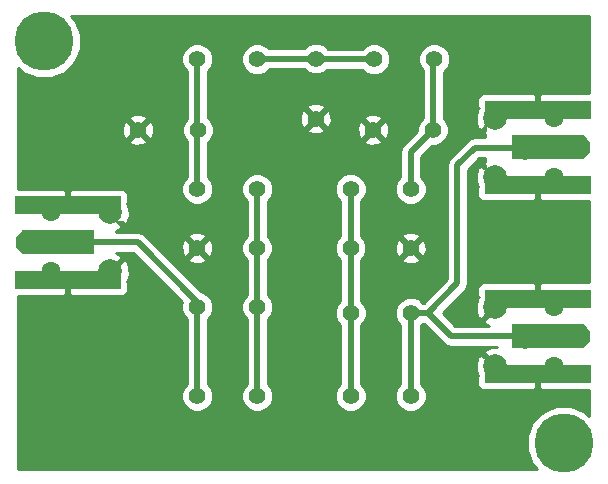
<source format=gbl>
G04 #@! TF.FileFunction,Copper,L2,Bot,Signal*
%FSLAX45Y45*%
G04 Gerber Fmt 4.5, Leading zero omitted, Abs format (unit mm)*
G04 Created by KiCad (PCBNEW (2015-01-25 BZR 5388)-product) date Mo 03 Aug 2015 14:14:46 CEST*
%MOMM*%
G01*
G04 APERTURE LIST*
%ADD10C,0.150000*%
%ADD11C,5.001260*%
%ADD12C,1.422400*%
%ADD13C,1.397000*%
%ADD14R,8.999220X1.524000*%
%ADD15R,6.096000X1.998980*%
%ADD16C,1.998980*%
%ADD17C,1.600200*%
%ADD18C,0.508000*%
%ADD19C,0.254000*%
G04 APERTURE END LIST*
D10*
D11*
X17100042Y-9900158D03*
X12700000Y-6499860D03*
D12*
X15296000Y-9500000D03*
X15804000Y-9500000D03*
X15296000Y-8800000D03*
X15804000Y-8800000D03*
X15804000Y-7750000D03*
X15296000Y-7750000D03*
X15496000Y-6650000D03*
X16004000Y-6650000D03*
X13996000Y-6650000D03*
X14504000Y-6650000D03*
X14503908Y-7750048D03*
X13995908Y-7750048D03*
X13995908Y-8750046D03*
X14503908Y-8750046D03*
X13995908Y-9500108D03*
X14503908Y-9500108D03*
D13*
X15296000Y-8250000D03*
X15804000Y-8250000D03*
X15994000Y-7250000D03*
X15486000Y-7250000D03*
X14004036Y-7249922D03*
X13496036Y-7249922D03*
X15000000Y-6646000D03*
X15000000Y-7154000D03*
X14503908Y-8249920D03*
X13995908Y-8249920D03*
D14*
X12900074Y-8519484D03*
D10*
G36*
X12510819Y-8103051D02*
X12510819Y-8302949D01*
X12460781Y-8243005D01*
X12460781Y-8162995D01*
X12510819Y-8103051D01*
X12510819Y-8103051D01*
G37*
D14*
X12900074Y-7887024D03*
D15*
X12816000Y-8203000D03*
D16*
X13010056Y-8197920D03*
D17*
X12760120Y-7947984D03*
X12760120Y-8448110D03*
D16*
X13259992Y-8448110D03*
X13259992Y-7947984D03*
D14*
X16879926Y-7080516D03*
D10*
G36*
X17269181Y-7496949D02*
X17269181Y-7297051D01*
X17319219Y-7356995D01*
X17319219Y-7437005D01*
X17269181Y-7496949D01*
X17269181Y-7496949D01*
G37*
D14*
X16879926Y-7712976D03*
D15*
X16964000Y-7397000D03*
D16*
X16769944Y-7402080D03*
D17*
X17019880Y-7652016D03*
X17019880Y-7151890D03*
D16*
X16520008Y-7151890D03*
X16520008Y-7652016D03*
D14*
X16879926Y-8680516D03*
D10*
G36*
X17269181Y-9096949D02*
X17269181Y-8897051D01*
X17319219Y-8956995D01*
X17319219Y-9037005D01*
X17269181Y-9096949D01*
X17269181Y-9096949D01*
G37*
D14*
X16879926Y-9312976D03*
D15*
X16964000Y-8997000D03*
D16*
X16769944Y-9002080D03*
D17*
X17019880Y-9252016D03*
X17019880Y-8751890D03*
D16*
X16520008Y-8751890D03*
X16520008Y-9252016D03*
D18*
X16879926Y-8479926D02*
X16800000Y-8400000D01*
X16879926Y-8680516D02*
X16879926Y-8479926D01*
X14503908Y-8249920D02*
X14503908Y-7750048D01*
X14503908Y-8753856D02*
X14500098Y-8750046D01*
X14503908Y-8246110D02*
X14500098Y-8249920D01*
X14500098Y-8249920D02*
X14503908Y-8246110D01*
X14503908Y-8750046D02*
X14503908Y-8246110D01*
X14503908Y-9500108D02*
X14503908Y-8753856D01*
X14500098Y-8249920D02*
X14503908Y-8249920D01*
X13995908Y-7750048D02*
X13995908Y-7258050D01*
X13995908Y-7258050D02*
X14004036Y-7249922D01*
X13996000Y-7241886D02*
X14004036Y-7249922D01*
X13996000Y-6650000D02*
X13996000Y-7241886D01*
X15004000Y-6650000D02*
X15000000Y-6646000D01*
X15496000Y-6650000D02*
X15004000Y-6650000D01*
X14508000Y-6646000D02*
X14504000Y-6650000D01*
X15000000Y-6646000D02*
X14508000Y-6646000D01*
X16004032Y-7241794D02*
X15995904Y-7249922D01*
X15804000Y-7440000D02*
X15994000Y-7250000D01*
X15804000Y-7750000D02*
X15804000Y-7440000D01*
X15994000Y-6660000D02*
X16004000Y-6650000D01*
X15994000Y-7250000D02*
X15994000Y-6660000D01*
X15296000Y-8800000D02*
X15296000Y-8250000D01*
X15296000Y-9500000D02*
X15296000Y-8800000D01*
X15296000Y-8250000D02*
X15296000Y-7750000D01*
X13995908Y-9500108D02*
X13995908Y-8750046D01*
X13995908Y-8750046D02*
X13995908Y-8695690D01*
X13493000Y-8203000D02*
X12816000Y-8203000D01*
X13995908Y-8705908D02*
X13493000Y-8203000D01*
X15804000Y-9500000D02*
X15804000Y-8800000D01*
X15950000Y-8800000D02*
X16147000Y-8997000D01*
X16147000Y-8997000D02*
X16964000Y-8997000D01*
X16961000Y-7400000D02*
X16964000Y-7397000D01*
X16200000Y-8550000D02*
X16200000Y-7550000D01*
X16200000Y-7550000D02*
X16350000Y-7400000D01*
X16350000Y-7400000D02*
X16961000Y-7400000D01*
X15950000Y-8800000D02*
X16200000Y-8550000D01*
X15804000Y-8800000D02*
X15950000Y-8800000D01*
X17300000Y-7400000D02*
X17294200Y-7397000D01*
X17297000Y-7397000D02*
X17300000Y-7400000D01*
X16964000Y-7397000D02*
X17297000Y-7397000D01*
D19*
G36*
X17317466Y-8540816D02*
X16908501Y-8540816D01*
X16892626Y-8556691D01*
X16892626Y-8667816D01*
X16894626Y-8667816D01*
X16894626Y-8676441D01*
X16894485Y-8676484D01*
X16887752Y-8695216D01*
X16867226Y-8695216D01*
X16867226Y-8693216D01*
X16673801Y-8693216D01*
X16663280Y-8667816D01*
X16867226Y-8667816D01*
X16867226Y-8556691D01*
X16851351Y-8540816D01*
X16417334Y-8540816D01*
X16393995Y-8550483D01*
X16376132Y-8568346D01*
X16366465Y-8591685D01*
X16366465Y-8616947D01*
X16366465Y-8651941D01*
X16378773Y-8664250D01*
X16378111Y-8664494D01*
X16355468Y-8725448D01*
X16357874Y-8790428D01*
X16378111Y-8839286D01*
X16404792Y-8849146D01*
X16433721Y-8820216D01*
X16469642Y-8820216D01*
X16422752Y-8867106D01*
X16432612Y-8893787D01*
X16471142Y-8908100D01*
X16183824Y-8908100D01*
X16075724Y-8800000D01*
X16262862Y-8612862D01*
X16282133Y-8584021D01*
X16282133Y-8584021D01*
X16288900Y-8550000D01*
X16288900Y-7586824D01*
X16386824Y-7488900D01*
X16437300Y-7488900D01*
X16437300Y-7508178D01*
X16432612Y-7510119D01*
X16422752Y-7536800D01*
X16437300Y-7551347D01*
X16437300Y-7573276D01*
X16423307Y-7573276D01*
X16404792Y-7554760D01*
X16378111Y-7564620D01*
X16355468Y-7625574D01*
X16357874Y-7690554D01*
X16375327Y-7732689D01*
X16366465Y-7741551D01*
X16366465Y-7776545D01*
X16366465Y-7801807D01*
X16376132Y-7825146D01*
X16393995Y-7843009D01*
X16417334Y-7852676D01*
X16851351Y-7852676D01*
X16867226Y-7836801D01*
X16867226Y-7725676D01*
X16667007Y-7725676D01*
X16671827Y-7712700D01*
X16888387Y-7712700D01*
X16893762Y-7725676D01*
X16892626Y-7725676D01*
X16892626Y-7836801D01*
X16908501Y-7852676D01*
X17317466Y-7852676D01*
X17317466Y-8540816D01*
X17317466Y-8540816D01*
G37*
X17317466Y-8540816D02*
X16908501Y-8540816D01*
X16892626Y-8556691D01*
X16892626Y-8667816D01*
X16894626Y-8667816D01*
X16894626Y-8676441D01*
X16894485Y-8676484D01*
X16887752Y-8695216D01*
X16867226Y-8695216D01*
X16867226Y-8693216D01*
X16673801Y-8693216D01*
X16663280Y-8667816D01*
X16867226Y-8667816D01*
X16867226Y-8556691D01*
X16851351Y-8540816D01*
X16417334Y-8540816D01*
X16393995Y-8550483D01*
X16376132Y-8568346D01*
X16366465Y-8591685D01*
X16366465Y-8616947D01*
X16366465Y-8651941D01*
X16378773Y-8664250D01*
X16378111Y-8664494D01*
X16355468Y-8725448D01*
X16357874Y-8790428D01*
X16378111Y-8839286D01*
X16404792Y-8849146D01*
X16433721Y-8820216D01*
X16469642Y-8820216D01*
X16422752Y-8867106D01*
X16432612Y-8893787D01*
X16471142Y-8908100D01*
X16183824Y-8908100D01*
X16075724Y-8800000D01*
X16262862Y-8612862D01*
X16282133Y-8584021D01*
X16282133Y-8584021D01*
X16288900Y-8550000D01*
X16288900Y-7586824D01*
X16386824Y-7488900D01*
X16437300Y-7488900D01*
X16437300Y-7508178D01*
X16432612Y-7510119D01*
X16422752Y-7536800D01*
X16437300Y-7551347D01*
X16437300Y-7573276D01*
X16423307Y-7573276D01*
X16404792Y-7554760D01*
X16378111Y-7564620D01*
X16355468Y-7625574D01*
X16357874Y-7690554D01*
X16375327Y-7732689D01*
X16366465Y-7741551D01*
X16366465Y-7776545D01*
X16366465Y-7801807D01*
X16376132Y-7825146D01*
X16393995Y-7843009D01*
X16417334Y-7852676D01*
X16851351Y-7852676D01*
X16867226Y-7836801D01*
X16867226Y-7725676D01*
X16667007Y-7725676D01*
X16671827Y-7712700D01*
X16888387Y-7712700D01*
X16893762Y-7725676D01*
X16892626Y-7725676D01*
X16892626Y-7836801D01*
X16908501Y-7852676D01*
X17317466Y-7852676D01*
X17317466Y-8540816D01*
G36*
X17317466Y-9674129D02*
X17277893Y-9634487D01*
X17162687Y-9586650D01*
X17037944Y-9586541D01*
X16922655Y-9634177D01*
X16834371Y-9722307D01*
X16786534Y-9837513D01*
X16786425Y-9962256D01*
X16834061Y-10077545D01*
X16873775Y-10117328D01*
X15630643Y-10117328D01*
X15630643Y-6623340D01*
X15610192Y-6573843D01*
X15572356Y-6535941D01*
X15522895Y-6515403D01*
X15469340Y-6515357D01*
X15419843Y-6535808D01*
X15394507Y-6561100D01*
X15103669Y-6561100D01*
X15075635Y-6533017D01*
X15026641Y-6512673D01*
X14973591Y-6512627D01*
X14924562Y-6532885D01*
X14900305Y-6557100D01*
X14601477Y-6557100D01*
X14580356Y-6535941D01*
X14530895Y-6515403D01*
X14477340Y-6515357D01*
X14427843Y-6535808D01*
X14389941Y-6573644D01*
X14369403Y-6623105D01*
X14369357Y-6676660D01*
X14389808Y-6726156D01*
X14427644Y-6764059D01*
X14477105Y-6784597D01*
X14530660Y-6784643D01*
X14580156Y-6764192D01*
X14609499Y-6734900D01*
X14900324Y-6734900D01*
X14924365Y-6758983D01*
X14973359Y-6779327D01*
X15026409Y-6779373D01*
X15075438Y-6759115D01*
X15095688Y-6738900D01*
X15394529Y-6738900D01*
X15419644Y-6764059D01*
X15469105Y-6784597D01*
X15522660Y-6784643D01*
X15572156Y-6764192D01*
X15610059Y-6726356D01*
X15630597Y-6676895D01*
X15630643Y-6623340D01*
X15630643Y-10117328D01*
X15620593Y-10117328D01*
X15620593Y-7269252D01*
X15617715Y-7216280D01*
X15602980Y-7180707D01*
X15579419Y-7174542D01*
X15561458Y-7192502D01*
X15561458Y-7156581D01*
X15555293Y-7133020D01*
X15505252Y-7115407D01*
X15452280Y-7118285D01*
X15416707Y-7133020D01*
X15410542Y-7156581D01*
X15486000Y-7232039D01*
X15561458Y-7156581D01*
X15561458Y-7192502D01*
X15503960Y-7250000D01*
X15579419Y-7325458D01*
X15602980Y-7319293D01*
X15620593Y-7269252D01*
X15620593Y-10117328D01*
X15561458Y-10117328D01*
X15561458Y-7343419D01*
X15486000Y-7267960D01*
X15468039Y-7285921D01*
X15468039Y-7250000D01*
X15392581Y-7174542D01*
X15369020Y-7180707D01*
X15351407Y-7230748D01*
X15354285Y-7283720D01*
X15369020Y-7319293D01*
X15392581Y-7325458D01*
X15468039Y-7250000D01*
X15468039Y-7285921D01*
X15410542Y-7343419D01*
X15416707Y-7366980D01*
X15466748Y-7384593D01*
X15519720Y-7381715D01*
X15555293Y-7366980D01*
X15561458Y-7343419D01*
X15561458Y-10117328D01*
X15430643Y-10117328D01*
X15430643Y-9473340D01*
X15410192Y-9423844D01*
X15384900Y-9398507D01*
X15384900Y-8901471D01*
X15410059Y-8876356D01*
X15430597Y-8826895D01*
X15430643Y-8773340D01*
X15410192Y-8723844D01*
X15384900Y-8698507D01*
X15384900Y-8349676D01*
X15408983Y-8325635D01*
X15429327Y-8276641D01*
X15429373Y-8223591D01*
X15409115Y-8174562D01*
X15384900Y-8150305D01*
X15384900Y-7851471D01*
X15410059Y-7826356D01*
X15430597Y-7776895D01*
X15430643Y-7723340D01*
X15410192Y-7673843D01*
X15372356Y-7635941D01*
X15322895Y-7615403D01*
X15269340Y-7615357D01*
X15219843Y-7635808D01*
X15181941Y-7673644D01*
X15161403Y-7723105D01*
X15161357Y-7776660D01*
X15181808Y-7826156D01*
X15207100Y-7851492D01*
X15207100Y-8150324D01*
X15183017Y-8174365D01*
X15162673Y-8223359D01*
X15162627Y-8276409D01*
X15182885Y-8325438D01*
X15207100Y-8349695D01*
X15207100Y-8698529D01*
X15181941Y-8723644D01*
X15161403Y-8773105D01*
X15161357Y-8826660D01*
X15181808Y-8876157D01*
X15207100Y-8901493D01*
X15207100Y-9398529D01*
X15181941Y-9423644D01*
X15161403Y-9473105D01*
X15161357Y-9526660D01*
X15181808Y-9576157D01*
X15219644Y-9614059D01*
X15269105Y-9634597D01*
X15322660Y-9634643D01*
X15372156Y-9614192D01*
X15410059Y-9576356D01*
X15430597Y-9526895D01*
X15430643Y-9473340D01*
X15430643Y-10117328D01*
X15134593Y-10117328D01*
X15134593Y-7173252D01*
X15131715Y-7120280D01*
X15116980Y-7084707D01*
X15093419Y-7078542D01*
X15075458Y-7096502D01*
X15075458Y-7060581D01*
X15069293Y-7037020D01*
X15019252Y-7019407D01*
X14966280Y-7022285D01*
X14930707Y-7037020D01*
X14924542Y-7060581D01*
X15000000Y-7136039D01*
X15075458Y-7060581D01*
X15075458Y-7096502D01*
X15017960Y-7154000D01*
X15093419Y-7229458D01*
X15116980Y-7223293D01*
X15134593Y-7173252D01*
X15134593Y-10117328D01*
X15075458Y-10117328D01*
X15075458Y-7247419D01*
X15000000Y-7171960D01*
X14982039Y-7189921D01*
X14982039Y-7154000D01*
X14906581Y-7078542D01*
X14883020Y-7084707D01*
X14865407Y-7134748D01*
X14868285Y-7187720D01*
X14883020Y-7223293D01*
X14906581Y-7229458D01*
X14982039Y-7154000D01*
X14982039Y-7189921D01*
X14924542Y-7247419D01*
X14930707Y-7270980D01*
X14980748Y-7288593D01*
X15033720Y-7285715D01*
X15069293Y-7270980D01*
X15075458Y-7247419D01*
X15075458Y-10117328D01*
X14638551Y-10117328D01*
X14638551Y-9473448D01*
X14618100Y-9423952D01*
X14592808Y-9398615D01*
X14592808Y-8851517D01*
X14617967Y-8826402D01*
X14638505Y-8776941D01*
X14638551Y-8723386D01*
X14618100Y-8673890D01*
X14592808Y-8648553D01*
X14592808Y-8349596D01*
X14616891Y-8325555D01*
X14637235Y-8276561D01*
X14637281Y-8223511D01*
X14617023Y-8174482D01*
X14592808Y-8150225D01*
X14592808Y-7851519D01*
X14617967Y-7826404D01*
X14638505Y-7776943D01*
X14638551Y-7723388D01*
X14618100Y-7673891D01*
X14580264Y-7635989D01*
X14530803Y-7615451D01*
X14477248Y-7615405D01*
X14427751Y-7635856D01*
X14389849Y-7673692D01*
X14369311Y-7723153D01*
X14369265Y-7776708D01*
X14389716Y-7826204D01*
X14415008Y-7851540D01*
X14415008Y-8150244D01*
X14390925Y-8174285D01*
X14370581Y-8223279D01*
X14370535Y-8276329D01*
X14390793Y-8325358D01*
X14415008Y-8349615D01*
X14415008Y-8648575D01*
X14389849Y-8673690D01*
X14369311Y-8723151D01*
X14369265Y-8776706D01*
X14389716Y-8826203D01*
X14415008Y-8851539D01*
X14415008Y-9398637D01*
X14389849Y-9423752D01*
X14369311Y-9473213D01*
X14369265Y-9526768D01*
X14389716Y-9576265D01*
X14427552Y-9614167D01*
X14477013Y-9634705D01*
X14530568Y-9634751D01*
X14580064Y-9614300D01*
X14617967Y-9576464D01*
X14638505Y-9527003D01*
X14638551Y-9473448D01*
X14638551Y-10117328D01*
X14137409Y-10117328D01*
X14137409Y-7223513D01*
X14117151Y-7174484D01*
X14084900Y-7142177D01*
X14084900Y-6751471D01*
X14110059Y-6726356D01*
X14130597Y-6676895D01*
X14130643Y-6623340D01*
X14110192Y-6573843D01*
X14072356Y-6535941D01*
X14022895Y-6515403D01*
X13969340Y-6515357D01*
X13919843Y-6535808D01*
X13881941Y-6573644D01*
X13861403Y-6623105D01*
X13861357Y-6676660D01*
X13881808Y-6726156D01*
X13907100Y-6751492D01*
X13907100Y-7158268D01*
X13891053Y-7174287D01*
X13870709Y-7223281D01*
X13870663Y-7276331D01*
X13890921Y-7325360D01*
X13907008Y-7341475D01*
X13907008Y-7648577D01*
X13881849Y-7673692D01*
X13861311Y-7723153D01*
X13861265Y-7776708D01*
X13881716Y-7826204D01*
X13919552Y-7864107D01*
X13969013Y-7884645D01*
X14022568Y-7884691D01*
X14072064Y-7864240D01*
X14109967Y-7826404D01*
X14130505Y-7776943D01*
X14130551Y-7723388D01*
X14110100Y-7673891D01*
X14084808Y-7648555D01*
X14084808Y-7357712D01*
X14117019Y-7325557D01*
X14137363Y-7276563D01*
X14137409Y-7223513D01*
X14137409Y-10117328D01*
X12482576Y-10117328D01*
X12482576Y-8659184D01*
X12871499Y-8659184D01*
X12887374Y-8643309D01*
X12887374Y-8532184D01*
X12885374Y-8532184D01*
X12885374Y-8523559D01*
X12885515Y-8523517D01*
X12892248Y-8504784D01*
X12912774Y-8504784D01*
X12912774Y-8506784D01*
X13106198Y-8506784D01*
X13116719Y-8532184D01*
X12912774Y-8532184D01*
X12912774Y-8643309D01*
X12928649Y-8659184D01*
X13362666Y-8659184D01*
X13386005Y-8649517D01*
X13403868Y-8631654D01*
X13413535Y-8608315D01*
X13413535Y-8583053D01*
X13413535Y-8548059D01*
X13401226Y-8535750D01*
X13401888Y-8535506D01*
X13424532Y-8474552D01*
X13422126Y-8409572D01*
X13401888Y-8360714D01*
X13375208Y-8350854D01*
X13346278Y-8379784D01*
X13312700Y-8379784D01*
X13312700Y-8377441D01*
X13357248Y-8332894D01*
X13347388Y-8306213D01*
X13312700Y-8293327D01*
X13312700Y-8291900D01*
X13456176Y-8291900D01*
X13868974Y-8704698D01*
X13861311Y-8723151D01*
X13861265Y-8776706D01*
X13881716Y-8826203D01*
X13907008Y-8851539D01*
X13907008Y-9398637D01*
X13881849Y-9423752D01*
X13861311Y-9473213D01*
X13861265Y-9526768D01*
X13881716Y-9576265D01*
X13919552Y-9614167D01*
X13969013Y-9634705D01*
X14022568Y-9634751D01*
X14072064Y-9614300D01*
X14109967Y-9576464D01*
X14130505Y-9527003D01*
X14130551Y-9473448D01*
X14110100Y-9423952D01*
X14084808Y-9398615D01*
X14084808Y-8851517D01*
X14109967Y-8826402D01*
X14130505Y-8776941D01*
X14130551Y-8723386D01*
X14130501Y-8723263D01*
X14130501Y-8269172D01*
X14127623Y-8216200D01*
X14112888Y-8180627D01*
X14089327Y-8174462D01*
X14071366Y-8192422D01*
X14071366Y-8156501D01*
X14065201Y-8132940D01*
X14015160Y-8115327D01*
X13962188Y-8118205D01*
X13926615Y-8132940D01*
X13920450Y-8156501D01*
X13995908Y-8231959D01*
X14071366Y-8156501D01*
X14071366Y-8192422D01*
X14013868Y-8249920D01*
X14089327Y-8325378D01*
X14112888Y-8319213D01*
X14130501Y-8269172D01*
X14130501Y-8723263D01*
X14110100Y-8673890D01*
X14072264Y-8635987D01*
X14071366Y-8635615D01*
X14071366Y-8343339D01*
X13995908Y-8267880D01*
X13977947Y-8285841D01*
X13977947Y-8249920D01*
X13902489Y-8174462D01*
X13878928Y-8180627D01*
X13861315Y-8230668D01*
X13864193Y-8283640D01*
X13878928Y-8319213D01*
X13902489Y-8325378D01*
X13977947Y-8249920D01*
X13977947Y-8285841D01*
X13920450Y-8343339D01*
X13926615Y-8366900D01*
X13976656Y-8384513D01*
X14029628Y-8381635D01*
X14065201Y-8366900D01*
X14071366Y-8343339D01*
X14071366Y-8635615D01*
X14049107Y-8626372D01*
X14029929Y-8613557D01*
X14029120Y-8613396D01*
X13630629Y-8214905D01*
X13630629Y-7269174D01*
X13627751Y-7216202D01*
X13613016Y-7180629D01*
X13589455Y-7174464D01*
X13571494Y-7192424D01*
X13571494Y-7156503D01*
X13565329Y-7132942D01*
X13515288Y-7115329D01*
X13462316Y-7118207D01*
X13426743Y-7132942D01*
X13420578Y-7156503D01*
X13496036Y-7231961D01*
X13571494Y-7156503D01*
X13571494Y-7192424D01*
X13513996Y-7249922D01*
X13589455Y-7325380D01*
X13613016Y-7319215D01*
X13630629Y-7269174D01*
X13630629Y-8214905D01*
X13571494Y-8155771D01*
X13571494Y-7343341D01*
X13496036Y-7267882D01*
X13478075Y-7285843D01*
X13478075Y-7249922D01*
X13402617Y-7174464D01*
X13379056Y-7180629D01*
X13361443Y-7230670D01*
X13364321Y-7283642D01*
X13379056Y-7319215D01*
X13402617Y-7325380D01*
X13478075Y-7249922D01*
X13478075Y-7285843D01*
X13420578Y-7343341D01*
X13426743Y-7366902D01*
X13476784Y-7384515D01*
X13529756Y-7381637D01*
X13565329Y-7366902D01*
X13571494Y-7343341D01*
X13571494Y-8155771D01*
X13555862Y-8140138D01*
X13527021Y-8120867D01*
X13493000Y-8114100D01*
X13312700Y-8114100D01*
X13312700Y-8104248D01*
X13347388Y-8089880D01*
X13357248Y-8063200D01*
X13320771Y-8026724D01*
X13356692Y-8026724D01*
X13375208Y-8045240D01*
X13401888Y-8035380D01*
X13424532Y-7974426D01*
X13422126Y-7909446D01*
X13404673Y-7867311D01*
X13413535Y-7858449D01*
X13413535Y-7823455D01*
X13413535Y-7798193D01*
X13403868Y-7774854D01*
X13386005Y-7756991D01*
X13362666Y-7747324D01*
X12928649Y-7747324D01*
X12912774Y-7763199D01*
X12912774Y-7874324D01*
X13112993Y-7874324D01*
X13103557Y-7899724D01*
X12912774Y-7899724D01*
X12912774Y-7901724D01*
X12897587Y-7901724D01*
X12886238Y-7874324D01*
X12887374Y-7874324D01*
X12887374Y-7763199D01*
X12871499Y-7747324D01*
X12482576Y-7747324D01*
X12482576Y-6725889D01*
X12522149Y-6765531D01*
X12637355Y-6813368D01*
X12762098Y-6813477D01*
X12877387Y-6765841D01*
X12965671Y-6677711D01*
X13013508Y-6562505D01*
X13013617Y-6437762D01*
X12965981Y-6322473D01*
X12926014Y-6282436D01*
X17317466Y-6282436D01*
X17317466Y-6940816D01*
X16908501Y-6940816D01*
X16892626Y-6956691D01*
X16892626Y-7067816D01*
X16894626Y-7067816D01*
X16894626Y-7076441D01*
X16894485Y-7076483D01*
X16887752Y-7095216D01*
X16867226Y-7095216D01*
X16867226Y-7093216D01*
X16673801Y-7093216D01*
X16663280Y-7067816D01*
X16867226Y-7067816D01*
X16867226Y-6956691D01*
X16851351Y-6940816D01*
X16417334Y-6940816D01*
X16393995Y-6950483D01*
X16376132Y-6968346D01*
X16366465Y-6991685D01*
X16366465Y-7016947D01*
X16366465Y-7051941D01*
X16378773Y-7064249D01*
X16378111Y-7064494D01*
X16355468Y-7125448D01*
X16357874Y-7190428D01*
X16378111Y-7239286D01*
X16404792Y-7249146D01*
X16433721Y-7220216D01*
X16437300Y-7220216D01*
X16437300Y-7252558D01*
X16422752Y-7267106D01*
X16432612Y-7293786D01*
X16437300Y-7295528D01*
X16437300Y-7311100D01*
X16350000Y-7311100D01*
X16315979Y-7317867D01*
X16287138Y-7337138D01*
X16138643Y-7485633D01*
X16138643Y-6623340D01*
X16118192Y-6573843D01*
X16080356Y-6535941D01*
X16030895Y-6515403D01*
X15977340Y-6515357D01*
X15927843Y-6535808D01*
X15889941Y-6573644D01*
X15869403Y-6623105D01*
X15869357Y-6676660D01*
X15889808Y-6726156D01*
X15905100Y-6741475D01*
X15905100Y-7150324D01*
X15881017Y-7174365D01*
X15860673Y-7223359D01*
X15860643Y-7257633D01*
X15741138Y-7377138D01*
X15721867Y-7405979D01*
X15715100Y-7440000D01*
X15715100Y-7648529D01*
X15689941Y-7673644D01*
X15669403Y-7723105D01*
X15669357Y-7776660D01*
X15689808Y-7826156D01*
X15727644Y-7864059D01*
X15777105Y-7884597D01*
X15830660Y-7884643D01*
X15880156Y-7864192D01*
X15918059Y-7826356D01*
X15938597Y-7776895D01*
X15938643Y-7723340D01*
X15918192Y-7673843D01*
X15892900Y-7648507D01*
X15892900Y-7476824D01*
X15986380Y-7383343D01*
X16020409Y-7383373D01*
X16069438Y-7363115D01*
X16106983Y-7325635D01*
X16127327Y-7276641D01*
X16127373Y-7223591D01*
X16107115Y-7174562D01*
X16082900Y-7150305D01*
X16082900Y-6761453D01*
X16118059Y-6726356D01*
X16138597Y-6676895D01*
X16138643Y-6623340D01*
X16138643Y-7485633D01*
X16137138Y-7487138D01*
X16117867Y-7515979D01*
X16111100Y-7550000D01*
X16111100Y-8513176D01*
X15938593Y-8685684D01*
X15938593Y-8269252D01*
X15935715Y-8216280D01*
X15920980Y-8180707D01*
X15897419Y-8174542D01*
X15879458Y-8192502D01*
X15879458Y-8156581D01*
X15873293Y-8133020D01*
X15823252Y-8115407D01*
X15770280Y-8118285D01*
X15734707Y-8133020D01*
X15728542Y-8156581D01*
X15804000Y-8232039D01*
X15879458Y-8156581D01*
X15879458Y-8192502D01*
X15821960Y-8250000D01*
X15897419Y-8325458D01*
X15920980Y-8319293D01*
X15938593Y-8269252D01*
X15938593Y-8685684D01*
X15913176Y-8711100D01*
X15905471Y-8711100D01*
X15880356Y-8685941D01*
X15879458Y-8685569D01*
X15879458Y-8343419D01*
X15804000Y-8267960D01*
X15786039Y-8285921D01*
X15786039Y-8250000D01*
X15710581Y-8174542D01*
X15687020Y-8180707D01*
X15669407Y-8230748D01*
X15672285Y-8283720D01*
X15687020Y-8319293D01*
X15710581Y-8325458D01*
X15786039Y-8250000D01*
X15786039Y-8285921D01*
X15728542Y-8343419D01*
X15734707Y-8366980D01*
X15784748Y-8384593D01*
X15837720Y-8381715D01*
X15873293Y-8366980D01*
X15879458Y-8343419D01*
X15879458Y-8685569D01*
X15830895Y-8665403D01*
X15777340Y-8665357D01*
X15727843Y-8685808D01*
X15689941Y-8723644D01*
X15669403Y-8773105D01*
X15669357Y-8826660D01*
X15689808Y-8876157D01*
X15715100Y-8901493D01*
X15715100Y-9398529D01*
X15689941Y-9423644D01*
X15669403Y-9473105D01*
X15669357Y-9526660D01*
X15689808Y-9576157D01*
X15727644Y-9614059D01*
X15777105Y-9634597D01*
X15830660Y-9634643D01*
X15880156Y-9614192D01*
X15918059Y-9576356D01*
X15938597Y-9526895D01*
X15938643Y-9473340D01*
X15918192Y-9423844D01*
X15892900Y-9398507D01*
X15892900Y-8901471D01*
X15905492Y-8888900D01*
X15913176Y-8888900D01*
X16084138Y-9059862D01*
X16112979Y-9079133D01*
X16112979Y-9079133D01*
X16147000Y-9085900D01*
X16537300Y-9085900D01*
X16537300Y-9087815D01*
X16481470Y-9089882D01*
X16432612Y-9110120D01*
X16422752Y-9136800D01*
X16459228Y-9173276D01*
X16423307Y-9173276D01*
X16404792Y-9154760D01*
X16378111Y-9164620D01*
X16355468Y-9225574D01*
X16357874Y-9290554D01*
X16375327Y-9332689D01*
X16366465Y-9341551D01*
X16366465Y-9376545D01*
X16366465Y-9401807D01*
X16376132Y-9425146D01*
X16393995Y-9443009D01*
X16417334Y-9452676D01*
X16851351Y-9452676D01*
X16867226Y-9436801D01*
X16867226Y-9325676D01*
X16667007Y-9325676D01*
X16676443Y-9300276D01*
X16867226Y-9300276D01*
X16867226Y-9298276D01*
X16882412Y-9298276D01*
X16893762Y-9325676D01*
X16892626Y-9325676D01*
X16892626Y-9436801D01*
X16908501Y-9452676D01*
X17317466Y-9452676D01*
X17317466Y-9674129D01*
X17317466Y-9674129D01*
G37*
X17317466Y-9674129D02*
X17277893Y-9634487D01*
X17162687Y-9586650D01*
X17037944Y-9586541D01*
X16922655Y-9634177D01*
X16834371Y-9722307D01*
X16786534Y-9837513D01*
X16786425Y-9962256D01*
X16834061Y-10077545D01*
X16873775Y-10117328D01*
X15630643Y-10117328D01*
X15630643Y-6623340D01*
X15610192Y-6573843D01*
X15572356Y-6535941D01*
X15522895Y-6515403D01*
X15469340Y-6515357D01*
X15419843Y-6535808D01*
X15394507Y-6561100D01*
X15103669Y-6561100D01*
X15075635Y-6533017D01*
X15026641Y-6512673D01*
X14973591Y-6512627D01*
X14924562Y-6532885D01*
X14900305Y-6557100D01*
X14601477Y-6557100D01*
X14580356Y-6535941D01*
X14530895Y-6515403D01*
X14477340Y-6515357D01*
X14427843Y-6535808D01*
X14389941Y-6573644D01*
X14369403Y-6623105D01*
X14369357Y-6676660D01*
X14389808Y-6726156D01*
X14427644Y-6764059D01*
X14477105Y-6784597D01*
X14530660Y-6784643D01*
X14580156Y-6764192D01*
X14609499Y-6734900D01*
X14900324Y-6734900D01*
X14924365Y-6758983D01*
X14973359Y-6779327D01*
X15026409Y-6779373D01*
X15075438Y-6759115D01*
X15095688Y-6738900D01*
X15394529Y-6738900D01*
X15419644Y-6764059D01*
X15469105Y-6784597D01*
X15522660Y-6784643D01*
X15572156Y-6764192D01*
X15610059Y-6726356D01*
X15630597Y-6676895D01*
X15630643Y-6623340D01*
X15630643Y-10117328D01*
X15620593Y-10117328D01*
X15620593Y-7269252D01*
X15617715Y-7216280D01*
X15602980Y-7180707D01*
X15579419Y-7174542D01*
X15561458Y-7192502D01*
X15561458Y-7156581D01*
X15555293Y-7133020D01*
X15505252Y-7115407D01*
X15452280Y-7118285D01*
X15416707Y-7133020D01*
X15410542Y-7156581D01*
X15486000Y-7232039D01*
X15561458Y-7156581D01*
X15561458Y-7192502D01*
X15503960Y-7250000D01*
X15579419Y-7325458D01*
X15602980Y-7319293D01*
X15620593Y-7269252D01*
X15620593Y-10117328D01*
X15561458Y-10117328D01*
X15561458Y-7343419D01*
X15486000Y-7267960D01*
X15468039Y-7285921D01*
X15468039Y-7250000D01*
X15392581Y-7174542D01*
X15369020Y-7180707D01*
X15351407Y-7230748D01*
X15354285Y-7283720D01*
X15369020Y-7319293D01*
X15392581Y-7325458D01*
X15468039Y-7250000D01*
X15468039Y-7285921D01*
X15410542Y-7343419D01*
X15416707Y-7366980D01*
X15466748Y-7384593D01*
X15519720Y-7381715D01*
X15555293Y-7366980D01*
X15561458Y-7343419D01*
X15561458Y-10117328D01*
X15430643Y-10117328D01*
X15430643Y-9473340D01*
X15410192Y-9423844D01*
X15384900Y-9398507D01*
X15384900Y-8901471D01*
X15410059Y-8876356D01*
X15430597Y-8826895D01*
X15430643Y-8773340D01*
X15410192Y-8723844D01*
X15384900Y-8698507D01*
X15384900Y-8349676D01*
X15408983Y-8325635D01*
X15429327Y-8276641D01*
X15429373Y-8223591D01*
X15409115Y-8174562D01*
X15384900Y-8150305D01*
X15384900Y-7851471D01*
X15410059Y-7826356D01*
X15430597Y-7776895D01*
X15430643Y-7723340D01*
X15410192Y-7673843D01*
X15372356Y-7635941D01*
X15322895Y-7615403D01*
X15269340Y-7615357D01*
X15219843Y-7635808D01*
X15181941Y-7673644D01*
X15161403Y-7723105D01*
X15161357Y-7776660D01*
X15181808Y-7826156D01*
X15207100Y-7851492D01*
X15207100Y-8150324D01*
X15183017Y-8174365D01*
X15162673Y-8223359D01*
X15162627Y-8276409D01*
X15182885Y-8325438D01*
X15207100Y-8349695D01*
X15207100Y-8698529D01*
X15181941Y-8723644D01*
X15161403Y-8773105D01*
X15161357Y-8826660D01*
X15181808Y-8876157D01*
X15207100Y-8901493D01*
X15207100Y-9398529D01*
X15181941Y-9423644D01*
X15161403Y-9473105D01*
X15161357Y-9526660D01*
X15181808Y-9576157D01*
X15219644Y-9614059D01*
X15269105Y-9634597D01*
X15322660Y-9634643D01*
X15372156Y-9614192D01*
X15410059Y-9576356D01*
X15430597Y-9526895D01*
X15430643Y-9473340D01*
X15430643Y-10117328D01*
X15134593Y-10117328D01*
X15134593Y-7173252D01*
X15131715Y-7120280D01*
X15116980Y-7084707D01*
X15093419Y-7078542D01*
X15075458Y-7096502D01*
X15075458Y-7060581D01*
X15069293Y-7037020D01*
X15019252Y-7019407D01*
X14966280Y-7022285D01*
X14930707Y-7037020D01*
X14924542Y-7060581D01*
X15000000Y-7136039D01*
X15075458Y-7060581D01*
X15075458Y-7096502D01*
X15017960Y-7154000D01*
X15093419Y-7229458D01*
X15116980Y-7223293D01*
X15134593Y-7173252D01*
X15134593Y-10117328D01*
X15075458Y-10117328D01*
X15075458Y-7247419D01*
X15000000Y-7171960D01*
X14982039Y-7189921D01*
X14982039Y-7154000D01*
X14906581Y-7078542D01*
X14883020Y-7084707D01*
X14865407Y-7134748D01*
X14868285Y-7187720D01*
X14883020Y-7223293D01*
X14906581Y-7229458D01*
X14982039Y-7154000D01*
X14982039Y-7189921D01*
X14924542Y-7247419D01*
X14930707Y-7270980D01*
X14980748Y-7288593D01*
X15033720Y-7285715D01*
X15069293Y-7270980D01*
X15075458Y-7247419D01*
X15075458Y-10117328D01*
X14638551Y-10117328D01*
X14638551Y-9473448D01*
X14618100Y-9423952D01*
X14592808Y-9398615D01*
X14592808Y-8851517D01*
X14617967Y-8826402D01*
X14638505Y-8776941D01*
X14638551Y-8723386D01*
X14618100Y-8673890D01*
X14592808Y-8648553D01*
X14592808Y-8349596D01*
X14616891Y-8325555D01*
X14637235Y-8276561D01*
X14637281Y-8223511D01*
X14617023Y-8174482D01*
X14592808Y-8150225D01*
X14592808Y-7851519D01*
X14617967Y-7826404D01*
X14638505Y-7776943D01*
X14638551Y-7723388D01*
X14618100Y-7673891D01*
X14580264Y-7635989D01*
X14530803Y-7615451D01*
X14477248Y-7615405D01*
X14427751Y-7635856D01*
X14389849Y-7673692D01*
X14369311Y-7723153D01*
X14369265Y-7776708D01*
X14389716Y-7826204D01*
X14415008Y-7851540D01*
X14415008Y-8150244D01*
X14390925Y-8174285D01*
X14370581Y-8223279D01*
X14370535Y-8276329D01*
X14390793Y-8325358D01*
X14415008Y-8349615D01*
X14415008Y-8648575D01*
X14389849Y-8673690D01*
X14369311Y-8723151D01*
X14369265Y-8776706D01*
X14389716Y-8826203D01*
X14415008Y-8851539D01*
X14415008Y-9398637D01*
X14389849Y-9423752D01*
X14369311Y-9473213D01*
X14369265Y-9526768D01*
X14389716Y-9576265D01*
X14427552Y-9614167D01*
X14477013Y-9634705D01*
X14530568Y-9634751D01*
X14580064Y-9614300D01*
X14617967Y-9576464D01*
X14638505Y-9527003D01*
X14638551Y-9473448D01*
X14638551Y-10117328D01*
X14137409Y-10117328D01*
X14137409Y-7223513D01*
X14117151Y-7174484D01*
X14084900Y-7142177D01*
X14084900Y-6751471D01*
X14110059Y-6726356D01*
X14130597Y-6676895D01*
X14130643Y-6623340D01*
X14110192Y-6573843D01*
X14072356Y-6535941D01*
X14022895Y-6515403D01*
X13969340Y-6515357D01*
X13919843Y-6535808D01*
X13881941Y-6573644D01*
X13861403Y-6623105D01*
X13861357Y-6676660D01*
X13881808Y-6726156D01*
X13907100Y-6751492D01*
X13907100Y-7158268D01*
X13891053Y-7174287D01*
X13870709Y-7223281D01*
X13870663Y-7276331D01*
X13890921Y-7325360D01*
X13907008Y-7341475D01*
X13907008Y-7648577D01*
X13881849Y-7673692D01*
X13861311Y-7723153D01*
X13861265Y-7776708D01*
X13881716Y-7826204D01*
X13919552Y-7864107D01*
X13969013Y-7884645D01*
X14022568Y-7884691D01*
X14072064Y-7864240D01*
X14109967Y-7826404D01*
X14130505Y-7776943D01*
X14130551Y-7723388D01*
X14110100Y-7673891D01*
X14084808Y-7648555D01*
X14084808Y-7357712D01*
X14117019Y-7325557D01*
X14137363Y-7276563D01*
X14137409Y-7223513D01*
X14137409Y-10117328D01*
X12482576Y-10117328D01*
X12482576Y-8659184D01*
X12871499Y-8659184D01*
X12887374Y-8643309D01*
X12887374Y-8532184D01*
X12885374Y-8532184D01*
X12885374Y-8523559D01*
X12885515Y-8523517D01*
X12892248Y-8504784D01*
X12912774Y-8504784D01*
X12912774Y-8506784D01*
X13106198Y-8506784D01*
X13116719Y-8532184D01*
X12912774Y-8532184D01*
X12912774Y-8643309D01*
X12928649Y-8659184D01*
X13362666Y-8659184D01*
X13386005Y-8649517D01*
X13403868Y-8631654D01*
X13413535Y-8608315D01*
X13413535Y-8583053D01*
X13413535Y-8548059D01*
X13401226Y-8535750D01*
X13401888Y-8535506D01*
X13424532Y-8474552D01*
X13422126Y-8409572D01*
X13401888Y-8360714D01*
X13375208Y-8350854D01*
X13346278Y-8379784D01*
X13312700Y-8379784D01*
X13312700Y-8377441D01*
X13357248Y-8332894D01*
X13347388Y-8306213D01*
X13312700Y-8293327D01*
X13312700Y-8291900D01*
X13456176Y-8291900D01*
X13868974Y-8704698D01*
X13861311Y-8723151D01*
X13861265Y-8776706D01*
X13881716Y-8826203D01*
X13907008Y-8851539D01*
X13907008Y-9398637D01*
X13881849Y-9423752D01*
X13861311Y-9473213D01*
X13861265Y-9526768D01*
X13881716Y-9576265D01*
X13919552Y-9614167D01*
X13969013Y-9634705D01*
X14022568Y-9634751D01*
X14072064Y-9614300D01*
X14109967Y-9576464D01*
X14130505Y-9527003D01*
X14130551Y-9473448D01*
X14110100Y-9423952D01*
X14084808Y-9398615D01*
X14084808Y-8851517D01*
X14109967Y-8826402D01*
X14130505Y-8776941D01*
X14130551Y-8723386D01*
X14130501Y-8723263D01*
X14130501Y-8269172D01*
X14127623Y-8216200D01*
X14112888Y-8180627D01*
X14089327Y-8174462D01*
X14071366Y-8192422D01*
X14071366Y-8156501D01*
X14065201Y-8132940D01*
X14015160Y-8115327D01*
X13962188Y-8118205D01*
X13926615Y-8132940D01*
X13920450Y-8156501D01*
X13995908Y-8231959D01*
X14071366Y-8156501D01*
X14071366Y-8192422D01*
X14013868Y-8249920D01*
X14089327Y-8325378D01*
X14112888Y-8319213D01*
X14130501Y-8269172D01*
X14130501Y-8723263D01*
X14110100Y-8673890D01*
X14072264Y-8635987D01*
X14071366Y-8635615D01*
X14071366Y-8343339D01*
X13995908Y-8267880D01*
X13977947Y-8285841D01*
X13977947Y-8249920D01*
X13902489Y-8174462D01*
X13878928Y-8180627D01*
X13861315Y-8230668D01*
X13864193Y-8283640D01*
X13878928Y-8319213D01*
X13902489Y-8325378D01*
X13977947Y-8249920D01*
X13977947Y-8285841D01*
X13920450Y-8343339D01*
X13926615Y-8366900D01*
X13976656Y-8384513D01*
X14029628Y-8381635D01*
X14065201Y-8366900D01*
X14071366Y-8343339D01*
X14071366Y-8635615D01*
X14049107Y-8626372D01*
X14029929Y-8613557D01*
X14029120Y-8613396D01*
X13630629Y-8214905D01*
X13630629Y-7269174D01*
X13627751Y-7216202D01*
X13613016Y-7180629D01*
X13589455Y-7174464D01*
X13571494Y-7192424D01*
X13571494Y-7156503D01*
X13565329Y-7132942D01*
X13515288Y-7115329D01*
X13462316Y-7118207D01*
X13426743Y-7132942D01*
X13420578Y-7156503D01*
X13496036Y-7231961D01*
X13571494Y-7156503D01*
X13571494Y-7192424D01*
X13513996Y-7249922D01*
X13589455Y-7325380D01*
X13613016Y-7319215D01*
X13630629Y-7269174D01*
X13630629Y-8214905D01*
X13571494Y-8155771D01*
X13571494Y-7343341D01*
X13496036Y-7267882D01*
X13478075Y-7285843D01*
X13478075Y-7249922D01*
X13402617Y-7174464D01*
X13379056Y-7180629D01*
X13361443Y-7230670D01*
X13364321Y-7283642D01*
X13379056Y-7319215D01*
X13402617Y-7325380D01*
X13478075Y-7249922D01*
X13478075Y-7285843D01*
X13420578Y-7343341D01*
X13426743Y-7366902D01*
X13476784Y-7384515D01*
X13529756Y-7381637D01*
X13565329Y-7366902D01*
X13571494Y-7343341D01*
X13571494Y-8155771D01*
X13555862Y-8140138D01*
X13527021Y-8120867D01*
X13493000Y-8114100D01*
X13312700Y-8114100D01*
X13312700Y-8104248D01*
X13347388Y-8089880D01*
X13357248Y-8063200D01*
X13320771Y-8026724D01*
X13356692Y-8026724D01*
X13375208Y-8045240D01*
X13401888Y-8035380D01*
X13424532Y-7974426D01*
X13422126Y-7909446D01*
X13404673Y-7867311D01*
X13413535Y-7858449D01*
X13413535Y-7823455D01*
X13413535Y-7798193D01*
X13403868Y-7774854D01*
X13386005Y-7756991D01*
X13362666Y-7747324D01*
X12928649Y-7747324D01*
X12912774Y-7763199D01*
X12912774Y-7874324D01*
X13112993Y-7874324D01*
X13103557Y-7899724D01*
X12912774Y-7899724D01*
X12912774Y-7901724D01*
X12897587Y-7901724D01*
X12886238Y-7874324D01*
X12887374Y-7874324D01*
X12887374Y-7763199D01*
X12871499Y-7747324D01*
X12482576Y-7747324D01*
X12482576Y-6725889D01*
X12522149Y-6765531D01*
X12637355Y-6813368D01*
X12762098Y-6813477D01*
X12877387Y-6765841D01*
X12965671Y-6677711D01*
X13013508Y-6562505D01*
X13013617Y-6437762D01*
X12965981Y-6322473D01*
X12926014Y-6282436D01*
X17317466Y-6282436D01*
X17317466Y-6940816D01*
X16908501Y-6940816D01*
X16892626Y-6956691D01*
X16892626Y-7067816D01*
X16894626Y-7067816D01*
X16894626Y-7076441D01*
X16894485Y-7076483D01*
X16887752Y-7095216D01*
X16867226Y-7095216D01*
X16867226Y-7093216D01*
X16673801Y-7093216D01*
X16663280Y-7067816D01*
X16867226Y-7067816D01*
X16867226Y-6956691D01*
X16851351Y-6940816D01*
X16417334Y-6940816D01*
X16393995Y-6950483D01*
X16376132Y-6968346D01*
X16366465Y-6991685D01*
X16366465Y-7016947D01*
X16366465Y-7051941D01*
X16378773Y-7064249D01*
X16378111Y-7064494D01*
X16355468Y-7125448D01*
X16357874Y-7190428D01*
X16378111Y-7239286D01*
X16404792Y-7249146D01*
X16433721Y-7220216D01*
X16437300Y-7220216D01*
X16437300Y-7252558D01*
X16422752Y-7267106D01*
X16432612Y-7293786D01*
X16437300Y-7295528D01*
X16437300Y-7311100D01*
X16350000Y-7311100D01*
X16315979Y-7317867D01*
X16287138Y-7337138D01*
X16138643Y-7485633D01*
X16138643Y-6623340D01*
X16118192Y-6573843D01*
X16080356Y-6535941D01*
X16030895Y-6515403D01*
X15977340Y-6515357D01*
X15927843Y-6535808D01*
X15889941Y-6573644D01*
X15869403Y-6623105D01*
X15869357Y-6676660D01*
X15889808Y-6726156D01*
X15905100Y-6741475D01*
X15905100Y-7150324D01*
X15881017Y-7174365D01*
X15860673Y-7223359D01*
X15860643Y-7257633D01*
X15741138Y-7377138D01*
X15721867Y-7405979D01*
X15715100Y-7440000D01*
X15715100Y-7648529D01*
X15689941Y-7673644D01*
X15669403Y-7723105D01*
X15669357Y-7776660D01*
X15689808Y-7826156D01*
X15727644Y-7864059D01*
X15777105Y-7884597D01*
X15830660Y-7884643D01*
X15880156Y-7864192D01*
X15918059Y-7826356D01*
X15938597Y-7776895D01*
X15938643Y-7723340D01*
X15918192Y-7673843D01*
X15892900Y-7648507D01*
X15892900Y-7476824D01*
X15986380Y-7383343D01*
X16020409Y-7383373D01*
X16069438Y-7363115D01*
X16106983Y-7325635D01*
X16127327Y-7276641D01*
X16127373Y-7223591D01*
X16107115Y-7174562D01*
X16082900Y-7150305D01*
X16082900Y-6761453D01*
X16118059Y-6726356D01*
X16138597Y-6676895D01*
X16138643Y-6623340D01*
X16138643Y-7485633D01*
X16137138Y-7487138D01*
X16117867Y-7515979D01*
X16111100Y-7550000D01*
X16111100Y-8513176D01*
X15938593Y-8685684D01*
X15938593Y-8269252D01*
X15935715Y-8216280D01*
X15920980Y-8180707D01*
X15897419Y-8174542D01*
X15879458Y-8192502D01*
X15879458Y-8156581D01*
X15873293Y-8133020D01*
X15823252Y-8115407D01*
X15770280Y-8118285D01*
X15734707Y-8133020D01*
X15728542Y-8156581D01*
X15804000Y-8232039D01*
X15879458Y-8156581D01*
X15879458Y-8192502D01*
X15821960Y-8250000D01*
X15897419Y-8325458D01*
X15920980Y-8319293D01*
X15938593Y-8269252D01*
X15938593Y-8685684D01*
X15913176Y-8711100D01*
X15905471Y-8711100D01*
X15880356Y-8685941D01*
X15879458Y-8685569D01*
X15879458Y-8343419D01*
X15804000Y-8267960D01*
X15786039Y-8285921D01*
X15786039Y-8250000D01*
X15710581Y-8174542D01*
X15687020Y-8180707D01*
X15669407Y-8230748D01*
X15672285Y-8283720D01*
X15687020Y-8319293D01*
X15710581Y-8325458D01*
X15786039Y-8250000D01*
X15786039Y-8285921D01*
X15728542Y-8343419D01*
X15734707Y-8366980D01*
X15784748Y-8384593D01*
X15837720Y-8381715D01*
X15873293Y-8366980D01*
X15879458Y-8343419D01*
X15879458Y-8685569D01*
X15830895Y-8665403D01*
X15777340Y-8665357D01*
X15727843Y-8685808D01*
X15689941Y-8723644D01*
X15669403Y-8773105D01*
X15669357Y-8826660D01*
X15689808Y-8876157D01*
X15715100Y-8901493D01*
X15715100Y-9398529D01*
X15689941Y-9423644D01*
X15669403Y-9473105D01*
X15669357Y-9526660D01*
X15689808Y-9576157D01*
X15727644Y-9614059D01*
X15777105Y-9634597D01*
X15830660Y-9634643D01*
X15880156Y-9614192D01*
X15918059Y-9576356D01*
X15938597Y-9526895D01*
X15938643Y-9473340D01*
X15918192Y-9423844D01*
X15892900Y-9398507D01*
X15892900Y-8901471D01*
X15905492Y-8888900D01*
X15913176Y-8888900D01*
X16084138Y-9059862D01*
X16112979Y-9079133D01*
X16112979Y-9079133D01*
X16147000Y-9085900D01*
X16537300Y-9085900D01*
X16537300Y-9087815D01*
X16481470Y-9089882D01*
X16432612Y-9110120D01*
X16422752Y-9136800D01*
X16459228Y-9173276D01*
X16423307Y-9173276D01*
X16404792Y-9154760D01*
X16378111Y-9164620D01*
X16355468Y-9225574D01*
X16357874Y-9290554D01*
X16375327Y-9332689D01*
X16366465Y-9341551D01*
X16366465Y-9376545D01*
X16366465Y-9401807D01*
X16376132Y-9425146D01*
X16393995Y-9443009D01*
X16417334Y-9452676D01*
X16851351Y-9452676D01*
X16867226Y-9436801D01*
X16867226Y-9325676D01*
X16667007Y-9325676D01*
X16676443Y-9300276D01*
X16867226Y-9300276D01*
X16867226Y-9298276D01*
X16882412Y-9298276D01*
X16893762Y-9325676D01*
X16892626Y-9325676D01*
X16892626Y-9436801D01*
X16908501Y-9452676D01*
X17317466Y-9452676D01*
X17317466Y-9674129D01*
M02*

</source>
